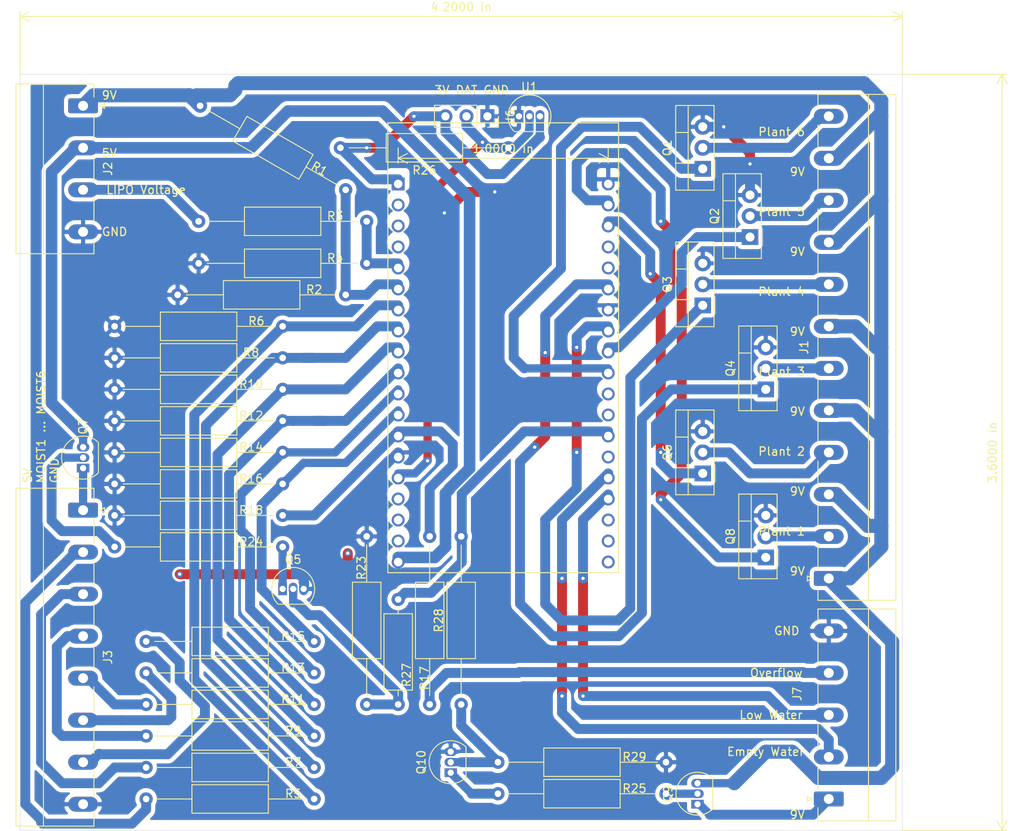
<source format=kicad_pcb>
(kicad_pcb (version 20171130) (host pcbnew 5.1.6)
  (layers (0 F.Cu signal) (31 B.Cu signal) (34 B.Paste user) (35 F.Paste user) (36 B.SilkS user) (37 F.SilkS user) (38 B.Mask user) (39 F.Mask user) (44 Edge.Cuts user))
  (net 0 "")
  (net 1 +9V)
  (net 2 PLANT1_PUMP)
  (net 3 PLANT2_PUMP)
  (net 4 PLANT3_PUMP)
  (net 5 PLANT4_PUMP)
  (net 6 PLANT5_PUMP)
  (net 7 PLANT6_PUMP)
  (net 8 +5V)
  (net 9 "Net-(J2-Pad3)")
  (net 10 GND)
  (net 11 OVERFLOW_WATER)
  (net 12 WATER_EMPTY)
  (net 13 WATER_LOW)
  (net 14 GPIO13)
  (net 15 PLANT6_MOIST)
  (net 16 PLANT5_MOIST)
  (net 17 PLANT4_MOIST)
  (net 18 PLANT3_MOIST)
  (net 19 PLANT2_MOIST)
  (net 20 PLANT1_MOIST)
  (net 21 5V_SENSORS)
  (net 22 +3V3)
  (net 23 "Net-(Q5-Pad1)")
  (net 24 9V_SENSORS)
  (net 25 "Net-(Q7-Pad2)")
  (net 26 "Net-(Q9-Pad2)")
  (net 27 "Net-(Q10-Pad1)")
  (net 28 "Net-(Q5-Pad2)")
  (net 29 "Net-(Q10-Pad2)")
  (net 30 "Net-(Q1-Pad1)")
  (net 31 "Net-(Q2-Pad1)")
  (net 32 "Net-(Q3-Pad1)")
  (net 33 "Net-(Q4-Pad1)")
  (net 34 "Net-(Q6-Pad1)")
  (net 35 "Net-(Q8-Pad1)")
  (net 36 "Net-(R1-Pad1)")
  (net 37 "Net-(R3-Pad2)")
  (net 38 "Net-(R5-Pad2)")
  (net 39 "Net-(R7-Pad2)")
  (net 40 "Net-(R10-Pad1)")
  (net 41 "Net-(R11-Pad2)")
  (net 42 "Net-(R13-Pad2)")
  (net 43 "Net-(R15-Pad2)")
  (net 44 "Net-(R17-Pad2)")
  (net 45 "Net-(R27-Pad2)")
  (net 46 "Net-(U2-Pad38)")
  (net 47 "Net-(U2-Pad37)")
  (net 48 "Net-(U2-Pad36)")
  (net 49 "Net-(U2-Pad33)")
  (net 50 "Net-(U2-Pad31)")
  (net 51 "Net-(U2-Pad30)")
  (net 52 "Net-(U2-Pad24)")
  (net 53 "Net-(U2-Pad23)")
  (net 54 "Net-(U2-Pad18)")
  (net 55 "Net-(U2-Pad17)")
  (net 56 "Net-(U2-Pad16)")
  (net 57 "Net-(U2-Pad4)")
  (net 58 "Net-(U2-Pad3)")
  (net 59 "Net-(U2-Pad2)")
  (module kicad-stuff:MODULE_ESP32-DEVKITC-32D (layer F.Cu) (at 127 59.69)
    (fp_text reference U2 (at -10.829175 -28.446045) (layer F.SilkS) (effects (font (size 1.000386 1.000386) (thickness 0.015))))
    (fp_text value ESP32-DEVKITC-32D)
    (pad 38 thru_hole circle (at 12.7 25.96) (size 1.56 1.56) (drill 1.04) (layers *.Cu *.Mask) (net 46 "Net-(U2-Pad38)"))
    (pad 37 thru_hole circle (at 12.7 23.42) (size 1.56 1.56) (drill 1.04) (layers *.Cu *.Mask) (net 47 "Net-(U2-Pad37)"))
    (pad 36 thru_hole circle (at 12.7 20.88) (size 1.56 1.56) (drill 1.04) (layers *.Cu *.Mask) (net 48 "Net-(U2-Pad36)"))
    (pad 35 thru_hole circle (at 12.7 18.34) (size 1.56 1.56) (drill 1.04) (layers *.Cu *.Mask) (net 12 WATER_EMPTY))
    (pad 34 thru_hole circle (at 12.7 15.8) (size 1.56 1.56) (drill 1.04) (layers *.Cu *.Mask) (net 13 WATER_LOW))
    (pad 33 thru_hole circle (at 12.7 13.26) (size 1.56 1.56) (drill 1.04) (layers *.Cu *.Mask) (net 49 "Net-(U2-Pad33)"))
    (pad 32 thru_hole circle (at 12.7 10.72) (size 1.56 1.56) (drill 1.04) (layers *.Cu *.Mask) (net 45 "Net-(R27-Pad2)"))
    (pad 31 thru_hole circle (at 12.7 8.18) (size 1.56 1.56) (drill 1.04) (layers *.Cu *.Mask) (net 50 "Net-(U2-Pad31)"))
    (pad 30 thru_hole circle (at 12.7 5.64) (size 1.56 1.56) (drill 1.04) (layers *.Cu *.Mask) (net 51 "Net-(U2-Pad30)"))
    (pad 29 thru_hole circle (at 12.7 3.1) (size 1.56 1.56) (drill 1.04) (layers *.Cu *.Mask) (net 30 "Net-(Q1-Pad1)"))
    (pad 28 thru_hole circle (at 12.7 0.56) (size 1.56 1.56) (drill 1.04) (layers *.Cu *.Mask) (net 31 "Net-(Q2-Pad1)"))
    (pad 27 thru_hole circle (at 12.7 -1.98) (size 1.56 1.56) (drill 1.04) (layers *.Cu *.Mask) (net 32 "Net-(Q3-Pad1)"))
    (pad 26 thru_hole circle (at 12.7 -4.52) (size 1.56 1.56) (drill 1.04) (layers *.Cu *.Mask) (net 10 GND))
    (pad 25 thru_hole circle (at 12.7 -7.06) (size 1.56 1.56) (drill 1.04) (layers *.Cu *.Mask) (net 33 "Net-(Q4-Pad1)"))
    (pad 24 thru_hole circle (at 12.7 -9.6) (size 1.56 1.56) (drill 1.04) (layers *.Cu *.Mask) (net 52 "Net-(U2-Pad24)"))
    (pad 23 thru_hole circle (at 12.7 -12.14) (size 1.56 1.56) (drill 1.04) (layers *.Cu *.Mask) (net 53 "Net-(U2-Pad23)"))
    (pad 22 thru_hole circle (at 12.7 -14.68) (size 1.56 1.56) (drill 1.04) (layers *.Cu *.Mask) (net 34 "Net-(Q6-Pad1)"))
    (pad 21 thru_hole circle (at 12.7 -17.22) (size 1.56 1.56) (drill 1.04) (layers *.Cu *.Mask) (net 35 "Net-(Q8-Pad1)"))
    (pad 20 thru_hole circle (at 12.7 -19.76) (size 1.56 1.56) (drill 1.04) (layers *.Cu *.Mask) (net 10 GND))
    (pad 18 thru_hole circle (at -12.7 23.42) (size 1.56 1.56) (drill 1.04) (layers *.Cu *.Mask) (net 54 "Net-(U2-Pad18)"))
    (pad 17 thru_hole circle (at -12.7 20.88) (size 1.56 1.56) (drill 1.04) (layers *.Cu *.Mask) (net 55 "Net-(U2-Pad17)"))
    (pad 16 thru_hole circle (at -12.7 18.34) (size 1.56 1.56) (drill 1.04) (layers *.Cu *.Mask) (net 56 "Net-(U2-Pad16)"))
    (pad 15 thru_hole circle (at -12.7 15.8) (size 1.56 1.56) (drill 1.04) (layers *.Cu *.Mask) (net 14 GPIO13))
    (pad 14 thru_hole circle (at -12.7 13.26) (size 1.56 1.56) (drill 1.04) (layers *.Cu *.Mask) (net 10 GND))
    (pad 13 thru_hole circle (at -12.7 10.72) (size 1.56 1.56) (drill 1.04) (layers *.Cu *.Mask) (net 44 "Net-(R17-Pad2)"))
    (pad 12 thru_hole circle (at -12.7 8.18) (size 1.56 1.56) (drill 1.04) (layers *.Cu *.Mask) (net 43 "Net-(R15-Pad2)"))
    (pad 11 thru_hole circle (at -12.7 5.64) (size 1.56 1.56) (drill 1.04) (layers *.Cu *.Mask) (net 42 "Net-(R13-Pad2)"))
    (pad 10 thru_hole circle (at -12.7 3.1) (size 1.56 1.56) (drill 1.04) (layers *.Cu *.Mask) (net 41 "Net-(R11-Pad2)"))
    (pad 9 thru_hole circle (at -12.7 0.56) (size 1.56 1.56) (drill 1.04) (layers *.Cu *.Mask) (net 40 "Net-(R10-Pad1)"))
    (pad 8 thru_hole circle (at -12.7 -1.98) (size 1.56 1.56) (drill 1.04) (layers *.Cu *.Mask) (net 39 "Net-(R7-Pad2)"))
    (pad 7 thru_hole circle (at -12.7 -4.52) (size 1.56 1.56) (drill 1.04) (layers *.Cu *.Mask) (net 38 "Net-(R5-Pad2)"))
    (pad 6 thru_hole circle (at -12.7 -7.06) (size 1.56 1.56) (drill 1.04) (layers *.Cu *.Mask) (net 36 "Net-(R1-Pad1)"))
    (pad 5 thru_hole circle (at -12.7 -9.6) (size 1.56 1.56) (drill 1.04) (layers *.Cu *.Mask) (net 37 "Net-(R3-Pad2)"))
    (pad 4 thru_hole circle (at -12.7 -12.14) (size 1.56 1.56) (drill 1.04) (layers *.Cu *.Mask) (net 57 "Net-(U2-Pad4)"))
    (pad 3 thru_hole circle (at -12.7 -14.68) (size 1.56 1.56) (drill 1.04) (layers *.Cu *.Mask) (net 58 "Net-(U2-Pad3)"))
    (pad 19 thru_hole circle (at -12.7 25.96) (size 1.56 1.56) (drill 1.04) (layers *.Cu *.Mask) (net 8 +5V))
    (pad 2 thru_hole circle (at -12.7 -17.22) (size 1.56 1.56) (drill 1.04) (layers *.Cu *.Mask) (net 59 "Net-(U2-Pad2)"))
    (pad 1 thru_hole rect (at -12.7 -19.76) (size 1.56 1.56) (drill 1.04) (layers *.Cu *.Mask) (net 22 +3V3))
  )
  (module Resistor_THT:R_Axial_DIN0309_L9.0mm_D3.2mm_P20.32mm_Horizontal (layer F.Cu) (at 107.95 40.64 150)
    (fp_text reference R1 (at 4.019631 0.612205 150) (layer F.SilkS))
    (fp_text value 100k)
    (pad 2 thru_hole oval (at 20.32 0 150) (size 1.6 1.6) (drill 0.8) (layers *.Cu *.Mask) (net 1 +9V))
    (pad 1 thru_hole circle (at 0 0 150) (size 1.6 1.6) (drill 0.8) (layers *.Cu *.Mask) (net 36 "Net-(R1-Pad1)"))
  )
  (module Package_TO_SOT_THT:TO-220-3_Vertical (layer F.Cu) (at 151.13 38.1 90)
    (fp_text reference Q1 (at 2.54 -4.27 90) (layer F.SilkS))
    (fp_text value IRLZ34N)
    (pad 3 thru_hole oval (at 5.08 0 90) (size 1.905 2) (drill 1.1) (layers *.Cu *.Mask) (net 10 GND))
    (pad 2 thru_hole oval (at 2.54 0 90) (size 1.905 2) (drill 1.1) (layers *.Cu *.Mask) (net 7 PLANT6_PUMP))
    (pad 1 thru_hole rect (at 0 0 90) (size 1.905 2) (drill 1.1) (layers *.Cu *.Mask) (net 30 "Net-(Q1-Pad1)"))
  )
  (module Package_TO_SOT_THT:TO-220-3_Vertical (layer F.Cu) (at 156.845 46.355 90)
    (fp_text reference Q2 (at 2.54 -4.27 90) (layer F.SilkS))
    (fp_text value IRLZ34N)
    (pad 1 thru_hole rect (at 0 0 90) (size 1.905 2) (drill 1.1) (layers *.Cu *.Mask) (net 31 "Net-(Q2-Pad1)"))
    (pad 2 thru_hole oval (at 2.54 0 90) (size 1.905 2) (drill 1.1) (layers *.Cu *.Mask) (net 6 PLANT5_PUMP))
    (pad 3 thru_hole oval (at 5.08 0 90) (size 1.905 2) (drill 1.1) (layers *.Cu *.Mask) (net 10 GND))
  )
  (module Package_TO_SOT_THT:TO-220-3_Vertical (layer F.Cu) (at 151.13 54.61 90)
    (fp_text reference Q3 (at 2.54 -4.27 90) (layer F.SilkS))
    (fp_text value IRLZ34N)
    (pad 3 thru_hole oval (at 5.08 0 90) (size 1.905 2) (drill 1.1) (layers *.Cu *.Mask) (net 10 GND))
    (pad 2 thru_hole oval (at 2.54 0 90) (size 1.905 2) (drill 1.1) (layers *.Cu *.Mask) (net 5 PLANT4_PUMP))
    (pad 1 thru_hole rect (at 0 0 90) (size 1.905 2) (drill 1.1) (layers *.Cu *.Mask) (net 32 "Net-(Q3-Pad1)"))
  )
  (module Package_TO_SOT_THT:TO-220-3_Vertical (layer F.Cu) (at 158.75 64.77 90)
    (fp_text reference Q4 (at 2.54 -4.27 90) (layer F.SilkS))
    (fp_text value IRLZ34N)
    (pad 1 thru_hole rect (at 0 0 90) (size 1.905 2) (drill 1.1) (layers *.Cu *.Mask) (net 33 "Net-(Q4-Pad1)"))
    (pad 2 thru_hole oval (at 2.54 0 90) (size 1.905 2) (drill 1.1) (layers *.Cu *.Mask) (net 4 PLANT3_PUMP))
    (pad 3 thru_hole oval (at 5.08 0 90) (size 1.905 2) (drill 1.1) (layers *.Cu *.Mask) (net 10 GND))
  )
  (module Package_TO_SOT_THT:TO-92_Inline (layer F.Cu) (at 100.33 88.9)
    (fp_text reference Q5 (at 1.27 -3.56) (layer F.SilkS))
    (fp_text value BS170)
    (pad 2 thru_hole oval (at 1.27 0) (size 1.05 1.5) (drill 0.75) (layers *.Cu *.Mask) (net 28 "Net-(Q5-Pad2)"))
    (pad 3 thru_hole oval (at 2.54 0) (size 1.05 1.5) (drill 0.75) (layers *.Cu *.Mask) (net 10 GND))
    (pad 1 thru_hole rect (at 0 0) (size 1.05 1.5) (drill 0.75) (layers *.Cu *.Mask) (net 23 "Net-(Q5-Pad1)"))
  )
  (module Package_TO_SOT_THT:TO-220-3_Vertical (layer F.Cu) (at 151.13 74.93 90)
    (fp_text reference Q6 (at 2.54 -4.27 90) (layer F.SilkS))
    (fp_text value IRLZ34N)
    (pad 3 thru_hole oval (at 5.08 0 90) (size 1.905 2) (drill 1.1) (layers *.Cu *.Mask) (net 10 GND))
    (pad 2 thru_hole oval (at 2.54 0 90) (size 1.905 2) (drill 1.1) (layers *.Cu *.Mask) (net 3 PLANT2_PUMP))
    (pad 1 thru_hole rect (at 0 0 90) (size 1.905 2) (drill 1.1) (layers *.Cu *.Mask) (net 34 "Net-(Q6-Pad1)"))
  )
  (module Package_TO_SOT_THT:TO-92_Inline (layer F.Cu) (at 76.2 74.295 90)
    (fp_text reference Q7 (at 5.08 0 90) (layer F.SilkS))
    (fp_text value BC558)
    (pad 2 thru_hole oval (at 1.27 0 90) (size 1.05 1.5) (drill 0.75) (layers *.Cu *.Mask) (net 25 "Net-(Q7-Pad2)"))
    (pad 3 thru_hole oval (at 2.54 0 90) (size 1.05 1.5) (drill 0.75) (layers *.Cu *.Mask) (net 8 +5V))
    (pad 1 thru_hole rect (at 0 0 90) (size 1.05 1.5) (drill 0.75) (layers *.Cu *.Mask) (net 21 5V_SENSORS))
  )
  (module Package_TO_SOT_THT:TO-220-3_Vertical (layer F.Cu) (at 158.75 85.09 90)
    (fp_text reference Q8 (at 2.54 -4.27 90) (layer F.SilkS))
    (fp_text value IRLZ34N)
    (pad 1 thru_hole rect (at 0 0 90) (size 1.905 2) (drill 1.1) (layers *.Cu *.Mask) (net 35 "Net-(Q8-Pad1)"))
    (pad 2 thru_hole oval (at 2.54 0 90) (size 1.905 2) (drill 1.1) (layers *.Cu *.Mask) (net 2 PLANT1_PUMP))
    (pad 3 thru_hole oval (at 5.08 0 90) (size 1.905 2) (drill 1.1) (layers *.Cu *.Mask) (net 10 GND))
  )
  (module Resistor_THT:R_Axial_DIN0309_L9.0mm_D3.2mm_P20.32mm_Horizontal (layer F.Cu) (at 107.95 53.34 180)
    (fp_text reference R2 (at 3.81 0.635) (layer F.SilkS))
    (fp_text value 33k)
    (pad 1 thru_hole circle (at 0 0 180) (size 1.6 1.6) (drill 0.8) (layers *.Cu *.Mask) (net 36 "Net-(R1-Pad1)"))
    (pad 2 thru_hole oval (at 20.32 0 180) (size 1.6 1.6) (drill 0.8) (layers *.Cu *.Mask) (net 10 GND))
  )
  (module Resistor_THT:R_Axial_DIN0309_L9.0mm_D3.2mm_P20.32mm_Horizontal (layer F.Cu) (at 90.17 44.45)
    (fp_text reference R3 (at 16.51 -0.635) (layer F.SilkS))
    (fp_text value 33k)
    (pad 1 thru_hole circle (at 0 0) (size 1.6 1.6) (drill 0.8) (layers *.Cu *.Mask) (net 9 "Net-(J2-Pad3)"))
    (pad 2 thru_hole oval (at 20.32 0) (size 1.6 1.6) (drill 0.8) (layers *.Cu *.Mask) (net 37 "Net-(R3-Pad2)"))
  )
  (module Resistor_THT:R_Axial_DIN0309_L9.0mm_D3.2mm_P20.32mm_Horizontal (layer F.Cu) (at 110.49 49.53 180)
    (fp_text reference R4 (at 3.81 0.635) (layer F.SilkS))
    (fp_text value 47k8)
    (pad 2 thru_hole oval (at 20.32 0 180) (size 1.6 1.6) (drill 0.8) (layers *.Cu *.Mask) (net 10 GND))
    (pad 1 thru_hole circle (at 0 0 180) (size 1.6 1.6) (drill 0.8) (layers *.Cu *.Mask) (net 37 "Net-(R3-Pad2)"))
  )
  (module Resistor_THT:R_Axial_DIN0309_L9.0mm_D3.2mm_P20.32mm_Horizontal (layer F.Cu) (at 83.82 114.3)
    (fp_text reference R5 (at 17.78 -0.635) (layer F.SilkS))
    (fp_text value 33k)
    (pad 2 thru_hole oval (at 20.32 0) (size 1.6 1.6) (drill 0.8) (layers *.Cu *.Mask) (net 38 "Net-(R5-Pad2)"))
    (pad 1 thru_hole circle (at 0 0) (size 1.6 1.6) (drill 0.8) (layers *.Cu *.Mask) (net 20 PLANT1_MOIST))
  )
  (module Resistor_THT:R_Axial_DIN0309_L9.0mm_D3.2mm_P20.32mm_Horizontal (layer F.Cu) (at 80.01 57.15)
    (fp_text reference R6 (at 17.145 -0.635) (layer F.SilkS))
    (fp_text value 47k8)
    (pad 2 thru_hole oval (at 20.32 0) (size 1.6 1.6) (drill 0.8) (layers *.Cu *.Mask) (net 38 "Net-(R5-Pad2)"))
    (pad 1 thru_hole circle (at 0 0) (size 1.6 1.6) (drill 0.8) (layers *.Cu *.Mask) (net 10 GND))
  )
  (module Resistor_THT:R_Axial_DIN0309_L9.0mm_D3.2mm_P20.32mm_Horizontal (layer F.Cu) (at 83.82 110.49)
    (fp_text reference R7 (at 17.78 -0.635) (layer F.SilkS))
    (fp_text value 33k)
    (pad 1 thru_hole circle (at 0 0) (size 1.6 1.6) (drill 0.8) (layers *.Cu *.Mask) (net 19 PLANT2_MOIST))
    (pad 2 thru_hole oval (at 20.32 0) (size 1.6 1.6) (drill 0.8) (layers *.Cu *.Mask) (net 39 "Net-(R7-Pad2)"))
  )
  (module Resistor_THT:R_Axial_DIN0309_L9.0mm_D3.2mm_P20.32mm_Horizontal (layer F.Cu) (at 100.33 60.96 180)
    (fp_text reference R8 (at 3.81 0.635) (layer F.SilkS))
    (fp_text value 47k8)
    (pad 1 thru_hole circle (at 0 0 180) (size 1.6 1.6) (drill 0.8) (layers *.Cu *.Mask) (net 39 "Net-(R7-Pad2)"))
    (pad 2 thru_hole oval (at 20.32 0 180) (size 1.6 1.6) (drill 0.8) (layers *.Cu *.Mask) (net 10 GND))
  )
  (module Resistor_THT:R_Axial_DIN0309_L9.0mm_D3.2mm_P20.32mm_Horizontal (layer F.Cu) (at 83.82 106.68)
    (fp_text reference R9 (at 17.78 -0.635) (layer F.SilkS))
    (fp_text value 33k)
    (pad 1 thru_hole circle (at 0 0) (size 1.6 1.6) (drill 0.8) (layers *.Cu *.Mask) (net 18 PLANT3_MOIST))
    (pad 2 thru_hole oval (at 20.32 0) (size 1.6 1.6) (drill 0.8) (layers *.Cu *.Mask) (net 40 "Net-(R10-Pad1)"))
  )
  (module Resistor_THT:R_Axial_DIN0309_L9.0mm_D3.2mm_P20.32mm_Horizontal (layer F.Cu) (at 100.33 64.77 180)
    (fp_text reference R10 (at 3.81 0.635) (layer F.SilkS))
    (fp_text value 47k8)
    (pad 2 thru_hole oval (at 20.32 0 180) (size 1.6 1.6) (drill 0.8) (layers *.Cu *.Mask) (net 10 GND))
    (pad 1 thru_hole circle (at 0 0 180) (size 1.6 1.6) (drill 0.8) (layers *.Cu *.Mask) (net 40 "Net-(R10-Pad1)"))
  )
  (module Resistor_THT:R_Axial_DIN0309_L9.0mm_D3.2mm_P20.32mm_Horizontal (layer F.Cu) (at 83.82 102.87)
    (fp_text reference R11 (at 17.78 -0.635) (layer F.SilkS))
    (fp_text value 33k)
    (pad 2 thru_hole oval (at 20.32 0) (size 1.6 1.6) (drill 0.8) (layers *.Cu *.Mask) (net 41 "Net-(R11-Pad2)"))
    (pad 1 thru_hole circle (at 0 0) (size 1.6 1.6) (drill 0.8) (layers *.Cu *.Mask) (net 17 PLANT4_MOIST))
  )
  (module Resistor_THT:R_Axial_DIN0309_L9.0mm_D3.2mm_P20.32mm_Horizontal (layer F.Cu) (at 100.33 68.58 180)
    (fp_text reference R12 (at 3.81 0.635) (layer F.SilkS))
    (fp_text value 47k8)
    (pad 1 thru_hole circle (at 0 0 180) (size 1.6 1.6) (drill 0.8) (layers *.Cu *.Mask) (net 41 "Net-(R11-Pad2)"))
    (pad 2 thru_hole oval (at 20.32 0 180) (size 1.6 1.6) (drill 0.8) (layers *.Cu *.Mask) (net 10 GND))
  )
  (module Resistor_THT:R_Axial_DIN0309_L9.0mm_D3.2mm_P20.32mm_Horizontal (layer F.Cu) (at 83.82 99.06)
    (fp_text reference R13 (at 17.78 -0.635) (layer F.SilkS))
    (fp_text value 33k)
    (pad 2 thru_hole oval (at 20.32 0) (size 1.6 1.6) (drill 0.8) (layers *.Cu *.Mask) (net 42 "Net-(R13-Pad2)"))
    (pad 1 thru_hole circle (at 0 0) (size 1.6 1.6) (drill 0.8) (layers *.Cu *.Mask) (net 16 PLANT5_MOIST))
  )
  (module Resistor_THT:R_Axial_DIN0309_L9.0mm_D3.2mm_P20.32mm_Horizontal (layer F.Cu) (at 100.33 72.39 180)
    (fp_text reference R14 (at 3.81 0.635) (layer F.SilkS))
    (fp_text value 47k8)
    (pad 1 thru_hole circle (at 0 0 180) (size 1.6 1.6) (drill 0.8) (layers *.Cu *.Mask) (net 42 "Net-(R13-Pad2)"))
    (pad 2 thru_hole oval (at 20.32 0 180) (size 1.6 1.6) (drill 0.8) (layers *.Cu *.Mask) (net 10 GND))
  )
  (module Resistor_THT:R_Axial_DIN0309_L9.0mm_D3.2mm_P20.32mm_Horizontal (layer F.Cu) (at 83.82 95.25)
    (fp_text reference R15 (at 17.78 -0.635) (layer F.SilkS))
    (fp_text value 33k)
    (pad 1 thru_hole circle (at 0 0) (size 1.6 1.6) (drill 0.8) (layers *.Cu *.Mask) (net 15 PLANT6_MOIST))
    (pad 2 thru_hole oval (at 20.32 0) (size 1.6 1.6) (drill 0.8) (layers *.Cu *.Mask) (net 43 "Net-(R15-Pad2)"))
  )
  (module Resistor_THT:R_Axial_DIN0309_L9.0mm_D3.2mm_P20.32mm_Horizontal (layer F.Cu) (at 100.33 76.2 180)
    (fp_text reference R16 (at 3.81 0.635) (layer F.SilkS))
    (fp_text value 47k8)
    (pad 2 thru_hole oval (at 20.32 0 180) (size 1.6 1.6) (drill 0.8) (layers *.Cu *.Mask) (net 10 GND))
    (pad 1 thru_hole circle (at 0 0 180) (size 1.6 1.6) (drill 0.8) (layers *.Cu *.Mask) (net 43 "Net-(R15-Pad2)"))
  )
  (module Resistor_THT:R_Axial_DIN0309_L9.0mm_D3.2mm_P20.32mm_Horizontal (layer F.Cu) (at 118.11 102.87 90)
    (fp_text reference R17 (at 3.175 -0.635 90) (layer F.SilkS))
    (fp_text value 33k)
    (pad 1 thru_hole circle (at 0 0 90) (size 1.6 1.6) (drill 0.8) (layers *.Cu *.Mask) (net 11 OVERFLOW_WATER))
    (pad 2 thru_hole oval (at 20.32 0 90) (size 1.6 1.6) (drill 0.8) (layers *.Cu *.Mask) (net 44 "Net-(R17-Pad2)"))
  )
  (module Resistor_THT:R_Axial_DIN0309_L9.0mm_D3.2mm_P20.32mm_Horizontal (layer F.Cu) (at 100.33 80.01 180)
    (fp_text reference R18 (at 3.81 0.635) (layer F.SilkS))
    (fp_text value 47k8)
    (pad 2 thru_hole oval (at 20.32 0 180) (size 1.6 1.6) (drill 0.8) (layers *.Cu *.Mask) (net 10 GND))
    (pad 1 thru_hole circle (at 0 0 180) (size 1.6 1.6) (drill 0.8) (layers *.Cu *.Mask) (net 44 "Net-(R17-Pad2)"))
  )
  (module Resistor_THT:R_Axial_DIN0309_L9.0mm_D3.2mm_P20.32mm_Horizontal (layer F.Cu) (at 110.49 102.87 90)
    (fp_text reference R23 (at 16.51 -0.635 90) (layer F.SilkS))
    (fp_text value 10k)
    (pad 1 thru_hole circle (at 0 0 90) (size 1.6 1.6) (drill 0.8) (layers *.Cu *.Mask) (net 28 "Net-(Q5-Pad2)"))
    (pad 2 thru_hole oval (at 20.32 0 90) (size 1.6 1.6) (drill 0.8) (layers *.Cu *.Mask) (net 10 GND))
  )
  (module Package_TO_SOT_THT:TO-92_Inline (layer F.Cu) (at 128.905 31.75)
    (fp_text reference U1 (at 1.27 -3.56) (layer F.SilkS))
    (fp_text value DS18B20)
    (pad 1 thru_hole rect (at 0 0) (size 1.05 1.5) (drill 0.75) (layers *.Cu *.Mask) (net 10 GND))
    (pad 3 thru_hole oval (at 2.54 0) (size 1.05 1.5) (drill 0.75) (layers *.Cu *.Mask) (net 22 +3V3))
    (pad 2 thru_hole oval (at 1.27 0) (size 1.05 1.5) (drill 0.75) (layers *.Cu *.Mask) (net 14 GPIO13))
  )
  (module Connector_Phoenix_MC_HighVoltage:PhoenixContact_MC_1,5_12-G-5.08_1x12_P5.08mm_Horizontal (layer F.Cu) (at 166.37 87.63 90)
    (fp_text reference J1 (at 27.94 -3 90) (layer F.SilkS))
    (fp_text value Conn_01x12)
    (pad 1 thru_hole roundrect (at 0 0 90) (size 1.8 3.6) (drill 1.2) (layers *.Cu *.Mask) (roundrect_rratio 0.138889) (net 1 +9V))
    (pad 2 thru_hole oval (at 5.08 0 90) (size 1.8 3.6) (drill 1.2) (layers *.Cu *.Mask) (net 2 PLANT1_PUMP))
    (pad 3 thru_hole oval (at 10.16 0 90) (size 1.8 3.6) (drill 1.2) (layers *.Cu *.Mask) (net 1 +9V))
    (pad 4 thru_hole oval (at 15.24 0 90) (size 1.8 3.6) (drill 1.2) (layers *.Cu *.Mask) (net 3 PLANT2_PUMP))
    (pad 5 thru_hole oval (at 20.32 0 90) (size 1.8 3.6) (drill 1.2) (layers *.Cu *.Mask) (net 1 +9V))
    (pad 6 thru_hole oval (at 25.4 0 90) (size 1.8 3.6) (drill 1.2) (layers *.Cu *.Mask) (net 4 PLANT3_PUMP))
    (pad 7 thru_hole oval (at 30.48 0 90) (size 1.8 3.6) (drill 1.2) (layers *.Cu *.Mask) (net 1 +9V))
    (pad 8 thru_hole oval (at 35.56 0 90) (size 1.8 3.6) (drill 1.2) (layers *.Cu *.Mask) (net 5 PLANT4_PUMP))
    (pad 9 thru_hole oval (at 40.64 0 90) (size 1.8 3.6) (drill 1.2) (layers *.Cu *.Mask) (net 1 +9V))
    (pad 10 thru_hole oval (at 45.72 0 90) (size 1.8 3.6) (drill 1.2) (layers *.Cu *.Mask) (net 6 PLANT5_PUMP))
    (pad 11 thru_hole oval (at 50.8 0 90) (size 1.8 3.6) (drill 1.2) (layers *.Cu *.Mask) (net 1 +9V))
    (pad 12 thru_hole oval (at 55.88 0 90) (size 1.8 3.6) (drill 1.2) (layers *.Cu *.Mask) (net 7 PLANT6_PUMP))
  )
  (module Connector_Phoenix_MC_HighVoltage:PhoenixContact_MC_1,5_4-G-5.08_1x04_P5.08mm_Horizontal (layer F.Cu) (at 76.2 30.48 270)
    (fp_text reference J2 (at 7.62 -3 90) (layer F.SilkS))
    (fp_text value Conn_01x04)
    (pad 1 thru_hole roundrect (at 0 0 270) (size 1.8 3.6) (drill 1.2) (layers *.Cu *.Mask) (roundrect_rratio 0.138889) (net 1 +9V))
    (pad 2 thru_hole oval (at 5.08 0 270) (size 1.8 3.6) (drill 1.2) (layers *.Cu *.Mask) (net 8 +5V))
    (pad 3 thru_hole oval (at 10.16 0 270) (size 1.8 3.6) (drill 1.2) (layers *.Cu *.Mask) (net 9 "Net-(J2-Pad3)"))
    (pad 4 thru_hole oval (at 15.24 0 270) (size 1.8 3.6) (drill 1.2) (layers *.Cu *.Mask) (net 10 GND))
  )
  (module Connector_PinSocket_2.54mm:PinSocket_1x03_P2.54mm_Vertical (layer F.Cu) (at 125.095 31.75 270)
    (fp_text reference J6 (at 0 -2.77 90) (layer F.SilkS))
    (fp_text value Conn_01x03)
    (pad 1 thru_hole rect (at 0 0 270) (size 1.7 1.7) (drill 1) (layers *.Cu *.Mask) (net 10 GND))
    (pad 2 thru_hole oval (at 0 2.54 270) (size 1.7 1.7) (drill 1) (layers *.Cu *.Mask) (net 14 GPIO13))
    (pad 3 thru_hole oval (at 0 5.08 270) (size 1.7 1.7) (drill 1) (layers *.Cu *.Mask) (net 22 +3V3))
  )
  (module Connector_Phoenix_MC_HighVoltage:PhoenixContact_MC_1,5_8-G-5.08_1x08_P5.08mm_Horizontal (layer F.Cu) (at 76.2 79.375 270)
    (fp_text reference J3 (at 17.78 -3 90) (layer F.SilkS))
    (fp_text value Conn_01x08)
    (pad 1 thru_hole roundrect (at 0 0 270) (size 1.8 3.6) (drill 1.2) (layers *.Cu *.Mask) (roundrect_rratio 0.138889) (net 21 5V_SENSORS))
    (pad 2 thru_hole oval (at 5.08 0 270) (size 1.8 3.6) (drill 1.2) (layers *.Cu *.Mask) (net 20 PLANT1_MOIST))
    (pad 3 thru_hole oval (at 10.16 0 270) (size 1.8 3.6) (drill 1.2) (layers *.Cu *.Mask) (net 19 PLANT2_MOIST))
    (pad 4 thru_hole oval (at 15.24 0 270) (size 1.8 3.6) (drill 1.2) (layers *.Cu *.Mask) (net 18 PLANT3_MOIST))
    (pad 5 thru_hole oval (at 20.32 0 270) (size 1.8 3.6) (drill 1.2) (layers *.Cu *.Mask) (net 17 PLANT4_MOIST))
    (pad 6 thru_hole oval (at 25.4 0 270) (size 1.8 3.6) (drill 1.2) (layers *.Cu *.Mask) (net 16 PLANT5_MOIST))
    (pad 7 thru_hole oval (at 30.48 0 270) (size 1.8 3.6) (drill 1.2) (layers *.Cu *.Mask) (net 15 PLANT6_MOIST))
    (pad 8 thru_hole oval (at 35.56 0 270) (size 1.8 3.6) (drill 1.2) (layers *.Cu *.Mask) (net 10 GND))
  )
  (module Connector_Phoenix_MC_HighVoltage:PhoenixContact_MC_1,5_5-G-5.08_1x05_P5.08mm_Horizontal (layer F.Cu) (at 166.37 114.3 90)
    (fp_text reference J7 (at 12.7 -3.81 90) (layer F.SilkS))
    (fp_text value Conn_01x05)
    (pad 1 thru_hole roundrect (at 0 0 90) (size 1.8 3.6) (drill 1.2) (layers *.Cu *.Mask) (roundrect_rratio 0.138889) (net 24 9V_SENSORS))
    (pad 2 thru_hole oval (at 5.08 0 90) (size 1.8 3.6) (drill 1.2) (layers *.Cu *.Mask) (net 13 WATER_LOW))
    (pad 3 thru_hole oval (at 10.16 0 90) (size 1.8 3.6) (drill 1.2) (layers *.Cu *.Mask) (net 12 WATER_EMPTY))
    (pad 4 thru_hole oval (at 15.24 0 90) (size 1.8 3.6) (drill 1.2) (layers *.Cu *.Mask) (net 11 OVERFLOW_WATER))
    (pad 5 thru_hole oval (at 20.32 0 90) (size 1.8 3.6) (drill 1.2) (layers *.Cu *.Mask) (net 10 GND))
  )
  (module Package_TO_SOT_THT:TO-92_Inline (layer F.Cu) (at 150.495 114.935 90)
    (fp_text reference Q9 (at 1.27 -3.56 90) (layer F.SilkS))
    (fp_text value BC558)
    (pad 2 thru_hole oval (at 1.27 0 90) (size 1.05 1.5) (drill 0.75) (layers *.Cu *.Mask) (net 26 "Net-(Q9-Pad2)"))
    (pad 3 thru_hole oval (at 2.54 0 90) (size 1.05 1.5) (drill 0.75) (layers *.Cu *.Mask) (net 1 +9V))
    (pad 1 thru_hole rect (at 0 0 90) (size 1.05 1.5) (drill 0.75) (layers *.Cu *.Mask) (net 24 9V_SENSORS))
  )
  (module Package_TO_SOT_THT:TO-92_Inline (layer F.Cu) (at 120.65 111.125 90)
    (fp_text reference Q10 (at 1.27 -3.56 90) (layer F.SilkS))
    (fp_text value BS170)
    (pad 2 thru_hole oval (at 1.27 0 90) (size 1.05 1.5) (drill 0.75) (layers *.Cu *.Mask) (net 29 "Net-(Q10-Pad2)"))
    (pad 3 thru_hole oval (at 2.54 0 90) (size 1.05 1.5) (drill 0.75) (layers *.Cu *.Mask) (net 10 GND))
    (pad 1 thru_hole rect (at 0 0 90) (size 1.05 1.5) (drill 0.75) (layers *.Cu *.Mask) (net 27 "Net-(Q10-Pad1)"))
  )
  (module Resistor_THT:R_Axial_DIN0309_L9.0mm_D3.2mm_P20.32mm_Horizontal (layer F.Cu) (at 80.01 83.82)
    (fp_text reference R24 (at 16.51 -0.635) (layer F.SilkS))
    (fp_text value 100)
    (pad 1 thru_hole circle (at 0 0) (size 1.6 1.6) (drill 0.8) (layers *.Cu *.Mask) (net 25 "Net-(Q7-Pad2)"))
    (pad 2 thru_hole oval (at 20.32 0) (size 1.6 1.6) (drill 0.8) (layers *.Cu *.Mask) (net 23 "Net-(Q5-Pad1)"))
  )
  (module Resistor_THT:R_Axial_DIN0309_L9.0mm_D3.2mm_P20.32mm_Horizontal (layer F.Cu) (at 146.685 113.665 180)
    (fp_text reference R25 (at 3.81 0.635) (layer F.SilkS))
    (fp_text value 100)
    (pad 2 thru_hole oval (at 20.32 0 180) (size 1.6 1.6) (drill 0.8) (layers *.Cu *.Mask) (net 27 "Net-(Q10-Pad1)"))
    (pad 1 thru_hole circle (at 0 0 180) (size 1.6 1.6) (drill 0.8) (layers *.Cu *.Mask) (net 26 "Net-(Q9-Pad2)"))
  )
  (module Resistor_THT:R_Axial_DIN0309_L9.0mm_D3.2mm_P20.32mm_Horizontal (layer F.Cu) (at 127.635 35.56 180)
    (fp_text reference R26 (at 10.16 -2.72) (layer F.SilkS))
    (fp_text value 4k7)
    (pad 1 thru_hole circle (at 0 0 180) (size 1.6 1.6) (drill 0.8) (layers *.Cu *.Mask) (net 14 GPIO13))
    (pad 2 thru_hole oval (at 20.32 0 180) (size 1.6 1.6) (drill 0.8) (layers *.Cu *.Mask) (net 22 +3V3))
  )
  (module Resistor_THT:R_Axial_DIN0309_L9.0mm_D3.2mm_P20.32mm_Horizontal (layer F.Cu) (at 121.92 102.87 90)
    (fp_text reference R28 (at 10.16 -2.72 90) (layer F.SilkS))
    (fp_text value 100)
    (pad 1 thru_hole circle (at 0 0 90) (size 1.6 1.6) (drill 0.8) (layers *.Cu *.Mask) (net 29 "Net-(Q10-Pad2)"))
    (pad 2 thru_hole oval (at 20.32 0 90) (size 1.6 1.6) (drill 0.8) (layers *.Cu *.Mask) (net 45 "Net-(R27-Pad2)"))
  )
  (module Resistor_THT:R_Axial_DIN0309_L9.0mm_D3.2mm_P20.32mm_Horizontal (layer F.Cu) (at 126.365 109.855)
    (fp_text reference R29 (at 16.51 -0.635) (layer F.SilkS))
    (fp_text value 10k)
    (pad 1 thru_hole circle (at 0 0) (size 1.6 1.6) (drill 0.8) (layers *.Cu *.Mask) (net 29 "Net-(Q10-Pad2)"))
    (pad 2 thru_hole oval (at 20.32 0) (size 1.6 1.6) (drill 0.8) (layers *.Cu *.Mask) (net 10 GND))
  )
  (module Resistor_THT:R_Axial_DIN0309_L9.0mm_D3.2mm_P12.70mm_Horizontal (layer F.Cu) (at 114.3 102.87 90)
    (fp_text reference R27 (at 3.556 1.016 90) (layer F.SilkS))
    (fp_text value 100)
    (pad 1 thru_hole circle (at 0 0 90) (size 1.6 1.6) (drill 0.8) (layers *.Cu *.Mask) (net 28 "Net-(Q5-Pad2)"))
    (pad 2 thru_hole oval (at 12.7 0 90) (size 1.6 1.6) (drill 0.8) (layers *.Cu *.Mask) (net 45 "Net-(R27-Pad2)"))
  )
  (gr_text "Plant 6\n\n\n9V\n\n\nPlant 5\n\n\n9V\n\n\nPlant 4\n\n\n9V\n\n\nPlant 3\n\n\n9V\n\n\nPlant 2\n\n\n9V\n\n\nPlant 1\n\n\n9V" (at 163.576 60.198) (layer F.SilkS) (effects (font (size 1 1)) (justify right)))
  (gr_text 9V (at 162.56 116.205) (layer F.SilkS) (effects (font (size 1 1))))
  (gr_text "Empty Water" (at 158.75 108.585) (layer F.SilkS) (effects (font (size 1 1))))
  (gr_text "Low Water" (at 159.385 104.14) (layer F.SilkS) (effects (font (size 1 1))))
  (gr_text Overflow (at 160.02 99.06) (layer F.SilkS) (effects (font (size 1 1))))
  (gr_text GND (at 161.29 93.98) (layer F.SilkS) (effects (font (size 1 1))))
  (gr_text "5V\nMOIST1 ... MOIST6\nGND" (at 71.12 76.2 90) (layer F.SilkS) (effects (font (size 1 1)) (justify left)))
  (gr_text GND (at 80.01 45.72) (layer F.SilkS) (effects (font (size 1 1))))
  (gr_text "LIPO Voltage" (at 83.82 40.64) (layer F.SilkS) (effects (font (size 1 1))))
  (gr_text 5V (at 79.375 36.195) (layer F.SilkS) (effects (font (size 1 1))))
  (gr_text 9V (at 79.375 29.21) (layer F.SilkS) (effects (font (size 1 1))))
  (gr_text "3V DAT GND" (at 123.19 28.575) (layer F.SilkS) (effects (font (size 1 1))))
  (dimension 91.44 (width 0.12) (layer F.SilkS) (gr_text "91,440 mm" (at 188.595 72.39 270) (layer F.SilkS) (effects (font (size 1 1) (thickness 0.15)))) (feature1 (pts (xy 175.26 118.11) (xy 187.911421 118.11))) (feature2 (pts (xy 175.26 26.67) (xy 187.911421 26.67))) (crossbar (pts (xy 187.325 26.67) (xy 187.325 118.11))) (arrow1a (pts (xy 187.325 118.11) (xy 186.738579 116.983496))) (arrow1b (pts (xy 187.325 118.11) (xy 187.911421 116.983496))) (arrow2a (pts (xy 187.325 26.67) (xy 186.738579 27.796504))) (arrow2b (pts (xy 187.325 26.67) (xy 187.911421 27.796504))))
  (dimension 106.68 (width 0.12) (layer F.SilkS) (gr_text "106,680 mm" (at 121.92 18.415) (layer F.SilkS) (effects (font (size 1 1) (thickness 0.15)))) (feature1 (pts (xy 175.26 26.67) (xy 175.26 19.098579))) (feature2 (pts (xy 68.58 26.67) (xy 68.58 19.098579))) (crossbar (pts (xy 68.58 19.685) (xy 175.26 19.685))) (arrow1a (pts (xy 175.26 19.685) (xy 174.133496 20.271421))) (arrow1b (pts (xy 175.26 19.685) (xy 174.133496 19.098579))) (arrow2a (pts (xy 68.58 19.685) (xy 69.706504 20.271421))) (arrow2b (pts (xy 68.58 19.685) (xy 69.706504 19.098579))))
  (gr_line (start 68.58 118.11) (end 68.58 26.67) (layer Edge.Cuts) (width 0.05))
  (gr_line (start 175.26 118.11) (end 68.58 118.11) (layer Edge.Cuts) (width 0.05))
  (gr_line (start 175.26 26.67) (end 175.26 118.11) (layer Edge.Cuts) (width 0.05))
  (gr_line (start 68.58 26.67) (end 175.26 26.67) (layer Edge.Cuts) (width 0.05))
  (dimension 25.4 (width 0.12) (layer F.SilkS) (gr_text "25,400 mm" (at 127 38.1) (layer F.SilkS) (effects (font (size 1 1) (thickness 0.15)))) (feature1 (pts (xy 139.7 35.56) (xy 139.7 37.416421))) (feature2 (pts (xy 114.3 35.56) (xy 114.3 37.416421))) (crossbar (pts (xy 114.3 36.83) (xy 139.7 36.83))) (arrow1a (pts (xy 139.7 36.83) (xy 138.573496 37.416421))) (arrow1b (pts (xy 139.7 36.83) (xy 138.573496 36.243579))) (arrow2a (pts (xy 114.3 36.83) (xy 115.426504 37.416421))) (arrow2b (pts (xy 114.3 36.83) (xy 115.426504 36.243579))))
  (via (at 108.204 84.582) (size 0.8) (drill 0.4) (layers F.Cu B.Cu) (net 0))
  (via (at 87.884 87.122) (size 0.8) (drill 0.4) (layers F.Cu B.Cu) (net 0))
  (segment (start 108.204 85.147685) (end 108.204 84.582) (width 1.2) (layer F.Cu) (net 0))
  (segment (start 108.204 85.598) (end 108.204 85.147685) (width 1.2) (layer F.Cu) (net 0))
  (segment (start 106.68 87.122) (end 108.204 85.598) (width 1.2) (layer F.Cu) (net 0))
  (segment (start 87.884 87.122) (end 106.68 87.122) (width 1.2) (layer F.Cu) (net 0))
  (segment (start 166.37 57.15) (end 167.27 57.15) (width 1.7) (layer B.Cu) (net 1))
  (segment (start 166.37 67.31) (end 167.27 67.31) (width 1.7) (layer B.Cu) (net 1))
  (segment (start 168.91 87.63) (end 166.37 87.63) (width 1.7) (layer B.Cu) (net 1))
  (segment (start 172.72 83.82) (end 168.91 87.63) (width 1.7) (layer B.Cu) (net 1))
  (segment (start 171.08 81.28) (end 172.72 81.28) (width 1.7) (layer B.Cu) (net 1))
  (segment (start 166.37 77.47) (end 167.27 77.47) (width 1.7) (layer B.Cu) (net 1))
  (segment (start 167.27 77.47) (end 171.08 81.28) (width 1.7) (layer B.Cu) (net 1))
  (segment (start 172.72 81.28) (end 172.72 83.82) (width 1.7) (layer B.Cu) (net 1))
  (segment (start 172.11 69.85) (end 172.72 69.85) (width 1.7) (layer B.Cu) (net 1))
  (segment (start 169.57 67.31) (end 172.11 69.85) (width 1.7) (layer B.Cu) (net 1))
  (segment (start 166.37 67.31) (end 169.57 67.31) (width 1.7) (layer B.Cu) (net 1))
  (segment (start 172.72 69.85) (end 172.72 81.28) (width 1.7) (layer B.Cu) (net 1))
  (segment (start 172.11 59.69) (end 172.72 59.69) (width 1.7) (layer B.Cu) (net 1))
  (segment (start 166.37 57.15) (end 169.57 57.15) (width 1.7) (layer B.Cu) (net 1))
  (segment (start 169.57 57.15) (end 172.11 59.69) (width 1.7) (layer B.Cu) (net 1))
  (segment (start 172.72 59.69) (end 172.72 69.85) (width 1.7) (layer B.Cu) (net 1))
  (segment (start 172.35 41.91) (end 172.72 41.91) (width 1.7) (layer B.Cu) (net 1))
  (segment (start 167.27 46.99) (end 172.35 41.91) (width 1.7) (layer B.Cu) (net 1))
  (segment (start 166.37 46.99) (end 167.27 46.99) (width 1.7) (layer B.Cu) (net 1))
  (segment (start 172.72 31.75) (end 172.72 41.91) (width 1.7) (layer B.Cu) (net 1))
  (segment (start 172.72 41.91) (end 172.72 59.69) (width 1.7) (layer B.Cu) (net 1))
  (segment (start 172.35 31.75) (end 172.72 31.75) (width 1.7) (layer B.Cu) (net 1))
  (segment (start 167.27 36.83) (end 172.35 31.75) (width 1.7) (layer B.Cu) (net 1))
  (segment (start 166.37 36.83) (end 167.27 36.83) (width 1.7) (layer B.Cu) (net 1))
  (segment (start 77.47 29.21) (end 76.2 30.48) (width 1.7) (layer B.Cu) (net 1))
  (segment (start 89.082364 29.21) (end 88.9 29.21) (width 1.7) (layer B.Cu) (net 1))
  (segment (start 88.9 29.21) (end 77.47 29.21) (width 1.7) (layer B.Cu) (net 1))
  (segment (start 150.495 112.395) (end 154.94 112.395) (width 1) (layer B.Cu) (net 1))
  (segment (start 174.03499 95.29499) (end 166.37 87.63) (width 1.7) (layer B.Cu) (net 1))
  (segment (start 158.75 108.585) (end 161.925 108.585) (width 1.7) (layer B.Cu) (net 1))
  (segment (start 165.1 111.76) (end 172.72 111.76) (width 1.7) (layer B.Cu) (net 1))
  (segment (start 172.72 111.76) (end 174.03499 110.44501) (width 1.7) (layer B.Cu) (net 1))
  (segment (start 154.94 112.395) (end 158.75 108.585) (width 1.7) (layer B.Cu) (net 1))
  (segment (start 174.03499 110.44501) (end 174.03499 95.29499) (width 1.7) (layer B.Cu) (net 1))
  (segment (start 161.925 108.585) (end 165.1 111.76) (width 1.7) (layer B.Cu) (net 1))
  (segment (start 89.499182 29.626818) (end 89.082364 29.21) (width 1.7) (layer B.Cu) (net 1))
  (segment (start 90.352364 30.48) (end 89.499182 29.626818) (width 1.7) (layer B.Cu) (net 1))
  (segment (start 172.72 29.845) (end 172.72 31.75) (width 1.7) (layer B.Cu) (net 1))
  (segment (start 170.62001 27.74501) (end 172.72 29.845) (width 1.7) (layer B.Cu) (net 1))
  (segment (start 94.93699 27.74501) (end 170.62001 27.74501) (width 1.7) (layer B.Cu) (net 1))
  (segment (start 89.916 29.21) (end 93.98 29.21) (width 1.7) (layer B.Cu) (net 1))
  (segment (start 93.98 29.21) (end 94.615 28.575) (width 1.7) (layer B.Cu) (net 1))
  (segment (start 94.615 28.067) (end 94.93699 27.74501) (width 1.7) (layer B.Cu) (net 1))
  (segment (start 89.499182 29.626818) (end 89.916 29.21) (width 1.7) (layer B.Cu) (net 1))
  (segment (start 94.615 28.575) (end 94.615 28.067) (width 1.7) (layer B.Cu) (net 1))
  (segment (start 166.37 82.55) (end 158.75 82.55) (width 1.2) (layer B.Cu) (net 2))
  (segment (start 156.845 74.93) (end 154.305 72.39) (width 1.2) (layer B.Cu) (net 3))
  (segment (start 154.305 72.39) (end 151.13 72.39) (width 1.2) (layer B.Cu) (net 3))
  (segment (start 166.37 72.39) (end 163.83 74.93) (width 1.2) (layer B.Cu) (net 3))
  (segment (start 163.83 74.93) (end 156.845 74.93) (width 1.2) (layer B.Cu) (net 3))
  (segment (start 166.37 62.23) (end 158.75 62.23) (width 1.2) (layer B.Cu) (net 4))
  (segment (start 166.37 52.07) (end 151.13 52.07) (width 1.2) (layer B.Cu) (net 5))
  (segment (start 165.47 41.91) (end 163.565 43.815) (width 1.2) (layer B.Cu) (net 6))
  (segment (start 166.37 41.91) (end 165.47 41.91) (width 1.2) (layer B.Cu) (net 6))
  (segment (start 163.565 43.815) (end 156.845 43.815) (width 1.2) (layer B.Cu) (net 6))
  (segment (start 165.47 31.75) (end 166.37 31.75) (width 1.2) (layer B.Cu) (net 7))
  (segment (start 161.66 35.56) (end 165.47 31.75) (width 1.2) (layer B.Cu) (net 7))
  (segment (start 151.13 35.56) (end 161.66 35.56) (width 1.2) (layer B.Cu) (net 7))
  (segment (start 75.3 35.56) (end 72.39 38.47) (width 1.4) (layer B.Cu) (net 8))
  (segment (start 76.2 35.56) (end 75.3 35.56) (width 1.4) (layer B.Cu) (net 8))
  (segment (start 76.2 70.23) (end 76.2 71.755) (width 1) (layer B.Cu) (net 8))
  (segment (start 72.39 66.42) (end 76.2 70.23) (width 1.4) (layer B.Cu) (net 8))
  (segment (start 72.39 38.47) (end 72.39 66.42) (width 1.4) (layer B.Cu) (net 8))
  (segment (start 122.936 41.656) (end 112.395 31.115) (width 1.4) (layer B.Cu) (net 8))
  (segment (start 122.936 74.332666) (end 122.936 41.656) (width 1.4) (layer B.Cu) (net 8))
  (segment (start 118.745 85.09) (end 120.015 83.82) (width 1.4) (layer B.Cu) (net 8))
  (segment (start 120.489982 76.778684) (end 122.936 74.332666) (width 1.4) (layer B.Cu) (net 8))
  (segment (start 96.52 35.56) (end 76.2 35.56) (width 1.4) (layer B.Cu) (net 8))
  (segment (start 114.3 85.09) (end 118.745 85.09) (width 1.4) (layer B.Cu) (net 8))
  (segment (start 100.965 31.115) (end 112.395 31.115) (width 1.4) (layer B.Cu) (net 8))
  (segment (start 96.52 35.56) (end 100.965 31.115) (width 1.4) (layer B.Cu) (net 8))
  (segment (start 120.489982 76.778684) (end 120.489982 76.868018) (width 1.4) (layer B.Cu) (net 8))
  (segment (start 120.015 77.343) (end 120.015 83.82) (width 1.4) (layer B.Cu) (net 8))
  (segment (start 120.489982 76.868018) (end 120.015 77.343) (width 1.4) (layer B.Cu) (net 8))
  (segment (start 86.36 40.64) (end 90.17 44.45) (width 1.2) (layer B.Cu) (net 9))
  (segment (start 76.2 40.64) (end 86.36 40.64) (width 1.2) (layer B.Cu) (net 9))
  (segment (start 151.13 33.02) (end 152.3525 33.02) (width 1.2) (layer B.Cu) (net 10))
  (segment (start 156.845 41.275) (end 156.845 37.5125) (width 1.2) (layer B.Cu) (net 10))
  (segment (start 114.3 72.39) (end 102.87 83.82) (width 1.2) (layer B.Cu) (net 10))
  (segment (start 152.3525 33.02) (end 153.67 33.02) (width 1.2) (layer B.Cu) (net 10))
  (segment (start 153.67 33.02) (end 153.67 33.02) (width 1.2) (layer B.Cu) (net 10))
  (via (at 153.67 33.02) (size 0.8) (drill 0.4) (layers F.Cu B.Cu) (net 10))
  (segment (start 156.845 37.5125) (end 156.845 37.5125) (width 1.2) (layer B.Cu) (net 10))
  (via (at 156.845 37.5125) (size 0.8) (drill 0.4) (layers F.Cu B.Cu) (net 10))
  (segment (start 156.845 36.195) (end 156.845 37.5125) (width 1.2) (layer F.Cu) (net 10))
  (segment (start 153.67 33.02) (end 156.845 36.195) (width 1.2) (layer F.Cu) (net 10))
  (segment (start 102.92501 88.126163) (end 102.92501 88.9) (width 1.2) (layer B.Cu) (net 10))
  (segment (start 102.87 83.82) (end 102.87 88.071153) (width 1.2) (layer B.Cu) (net 10))
  (segment (start 102.87 88.071153) (end 102.92501 88.126163) (width 1.2) (layer B.Cu) (net 10))
  (via (at 119.888 43.434) (size 0.8) (drill 0.4) (layers F.Cu B.Cu) (net 10))
  (via (at 125.984 40.894) (size 0.8) (drill 0.4) (layers F.Cu B.Cu) (net 10))
  (segment (start 122.428 40.894) (end 125.984 40.894) (width 1.2) (layer F.Cu) (net 10))
  (segment (start 119.888 43.434) (end 122.428 40.894) (width 1.2) (layer F.Cu) (net 10))
  (segment (start 163.27 98.96) (end 163.37 99.06) (width 1.2) (layer B.Cu) (net 11))
  (segment (start 118.11 101.092) (end 120.142 99.06) (width 1.2) (layer B.Cu) (net 11))
  (segment (start 163.37 99.06) (end 166.37 99.06) (width 1.2) (layer B.Cu) (net 11))
  (segment (start 118.11 102.87) (end 118.11 101.092) (width 1.2) (layer B.Cu) (net 11))
  (segment (start 128.830087 99.06) (end 128.930087 98.96) (width 1.2) (layer B.Cu) (net 11))
  (segment (start 120.142 99.06) (end 128.830087 99.06) (width 1.2) (layer B.Cu) (net 11))
  (segment (start 128.930087 98.96) (end 163.27 98.96) (width 1.2) (layer B.Cu) (net 11))
  (segment (start 166.37 104.14) (end 163.37 104.14) (width 1.2) (layer B.Cu) (net 12))
  (segment (start 139.7 77.47) (end 136.652 80.518) (width 1.2) (layer B.Cu) (net 12))
  (segment (start 136.652 80.518) (end 136.652 87.63) (width 1.2) (layer B.Cu) (net 12))
  (via (at 136.652 87.63) (size 0.8) (drill 0.4) (layers F.Cu B.Cu) (net 12))
  (segment (start 163.37 104.14) (end 161.29 104.14) (width 1.2) (layer B.Cu) (net 12))
  (segment (start 161.29 104.14) (end 159.004 101.854) (width 1.2) (layer B.Cu) (net 12))
  (segment (start 159.004 101.854) (end 136.652 101.854) (width 1.2) (layer B.Cu) (net 12))
  (via (at 136.652 101.854) (size 0.8) (drill 0.4) (layers F.Cu B.Cu) (net 12))
  (segment (start 136.652 87.63) (end 136.652 101.854) (width 1.2) (layer F.Cu) (net 12))
  (segment (start 139.7 74.93) (end 134.112 80.518) (width 1.2) (layer B.Cu) (net 13))
  (segment (start 134.112 80.518) (end 134.112 87.63) (width 1.2) (layer B.Cu) (net 13))
  (via (at 134.112 87.63) (size 0.8) (drill 0.4) (layers F.Cu B.Cu) (net 13))
  (segment (start 165.09001 105.84001) (end 136.06601 105.84001) (width 1.2) (layer B.Cu) (net 13))
  (segment (start 166.37 109.22) (end 166.37 107.12) (width 1.2) (layer B.Cu) (net 13))
  (segment (start 166.37 107.12) (end 165.09001 105.84001) (width 1.2) (layer B.Cu) (net 13))
  (segment (start 136.06601 105.84001) (end 134.112 103.886) (width 1.2) (layer B.Cu) (net 13))
  (via (at 134.112 101.854) (size 0.8) (drill 0.4) (layers F.Cu B.Cu) (net 13))
  (segment (start 134.112 103.886) (end 134.112 101.854) (width 1.2) (layer B.Cu) (net 13))
  (segment (start 134.112 101.854) (end 134.112 87.63) (width 1.2) (layer F.Cu) (net 13))
  (segment (start 124.493959 34.891041) (end 124.527919 34.925) (width 1.2) (layer B.Cu) (net 14))
  (via (at 124.493959 34.891041) (size 0.8) (drill 0.4) (layers F.Cu B.Cu) (net 14))
  (via (at 117.856 73.406) (size 0.8) (drill 0.4) (layers F.Cu B.Cu) (net 14))
  (segment (start 122.555 32.952082) (end 124.493959 34.891041) (width 1.2) (layer B.Cu) (net 14))
  (segment (start 122.555 31.75) (end 122.555 32.952082) (width 1.2) (layer B.Cu) (net 14))
  (segment (start 125.162918 35.56) (end 124.493959 34.891041) (width 1.2) (layer B.Cu) (net 14))
  (segment (start 127.635 35.56) (end 125.162918 35.56) (width 1.2) (layer B.Cu) (net 14))
  (segment (start 130.14499 33.33001) (end 130.14499 33.68501) (width 1) (layer B.Cu) (net 14))
  (segment (start 130.175 31.75) (end 130.175 33.3) (width 1) (layer B.Cu) (net 14))
  (segment (start 128.27 35.56) (end 127.635 35.56) (width 1) (layer B.Cu) (net 14))
  (segment (start 130.14499 33.68501) (end 128.27 35.56) (width 1) (layer B.Cu) (net 14))
  (segment (start 130.175 33.3) (end 130.14499 33.33001) (width 1) (layer B.Cu) (net 14))
  (segment (start 116.332 74.93) (end 117.856 73.406) (width 1) (layer B.Cu) (net 14))
  (segment (start 114.3 74.93) (end 116.332 74.93) (width 1) (layer B.Cu) (net 14))
  (segment (start 117.856 41.529) (end 124.587 34.798) (width 1) (layer F.Cu) (net 14))
  (segment (start 117.856 73.406) (end 117.856 41.529) (width 1) (layer F.Cu) (net 14))
  (segment (start 85.344 95.25) (end 83.82 95.25) (width 1.2) (layer B.Cu) (net 15))
  (segment (start 87.884 97.79) (end 85.852 95.758) (width 1.2) (layer B.Cu) (net 15))
  (segment (start 90.932 103.071912) (end 87.884 100.023912) (width 1.2) (layer B.Cu) (net 15))
  (segment (start 90.932 104.394) (end 90.932 103.071912) (width 1.2) (layer B.Cu) (net 15))
  (segment (start 85.852 95.758) (end 85.344 95.25) (width 1.2) (layer B.Cu) (net 15))
  (segment (start 76.2 109.855) (end 77.1 109.855) (width 1.2) (layer B.Cu) (net 15))
  (segment (start 87.884 100.023912) (end 87.884 97.79) (width 1.2) (layer B.Cu) (net 15))
  (segment (start 78.1105 108.8445) (end 78.155999 108.889999) (width 1.2) (layer B.Cu) (net 15))
  (segment (start 86.436001 108.889999) (end 90.932 104.394) (width 1.2) (layer B.Cu) (net 15))
  (segment (start 78.155999 108.889999) (end 86.436001 108.889999) (width 1.2) (layer B.Cu) (net 15))
  (segment (start 86.36 96.266) (end 85.852 95.758) (width 1.2) (layer B.Cu) (net 15))
  (segment (start 77.1 109.855) (end 78.1105 108.8445) (width 1.2) (layer B.Cu) (net 15))
  (segment (start 76.2 104.775) (end 80.899 104.775) (width 1.2) (layer B.Cu) (net 16))
  (segment (start 80.899 104.775) (end 85.471 104.775) (width 1.2) (layer B.Cu) (net 16))
  (segment (start 86.487 104.775) (end 85.471 104.775) (width 1.2) (layer B.Cu) (net 16))
  (segment (start 86.868 104.394) (end 86.487 104.775) (width 1.2) (layer B.Cu) (net 16))
  (segment (start 83.82 99.06) (end 86.868 102.108) (width 1.2) (layer B.Cu) (net 16))
  (segment (start 86.868 102.108) (end 86.868 104.394) (width 1.2) (layer B.Cu) (net 16))
  (segment (start 76.835 99.695) (end 80.01 102.87) (width 1.2) (layer B.Cu) (net 17))
  (segment (start 76.2 99.695) (end 76.835 99.695) (width 1.2) (layer B.Cu) (net 17))
  (segment (start 80.01 102.87) (end 83.82 102.87) (width 1.2) (layer B.Cu) (net 17))
  (segment (start 74.295 94.615) (end 76.2 94.615) (width 1.2) (layer B.Cu) (net 18))
  (segment (start 73.025 95.885) (end 74.295 94.615) (width 1.2) (layer B.Cu) (net 18))
  (segment (start 73.025 106.045) (end 73.025 95.885) (width 1.2) (layer B.Cu) (net 18))
  (segment (start 80.01 106.68) (end 73.66 106.68) (width 1.2) (layer B.Cu) (net 18))
  (segment (start 73.66 106.68) (end 73.025 106.045) (width 1.2) (layer B.Cu) (net 18))
  (segment (start 80.01 106.68) (end 83.82 106.68) (width 1.2) (layer B.Cu) (net 18))
  (segment (start 78.105 112.395) (end 80.01 110.49) (width 1.2) (layer B.Cu) (net 19))
  (segment (start 76.2 89.535) (end 73.6 89.535) (width 1.2) (layer B.Cu) (net 19))
  (segment (start 71.12 109.855) (end 73.66 112.395) (width 1.2) (layer B.Cu) (net 19))
  (segment (start 73.6 89.535) (end 71.12 92.015) (width 1.2) (layer B.Cu) (net 19))
  (segment (start 71.12 92.015) (end 71.12 109.855) (width 1.2) (layer B.Cu) (net 19))
  (segment (start 73.66 112.395) (end 78.105 112.395) (width 1.2) (layer B.Cu) (net 19))
  (segment (start 80.01 110.49) (end 83.82 110.49) (width 1.2) (layer B.Cu) (net 19))
  (segment (start 82.10501 117.28499) (end 83.82 115.57) (width 1.2) (layer B.Cu) (net 20))
  (segment (start 71.31099 117.28499) (end 82.10501 117.28499) (width 1.2) (layer B.Cu) (net 20))
  (segment (start 71.12 117.094) (end 71.31099 117.28499) (width 1.2) (layer B.Cu) (net 20))
  (segment (start 75.3 84.455) (end 69.215 90.54) (width 1.2) (layer B.Cu) (net 20))
  (segment (start 83.82 115.57) (end 83.82 114.3) (width 1.2) (layer B.Cu) (net 20))
  (segment (start 71.12 116.84) (end 71.12 117.094) (width 1.2) (layer B.Cu) (net 20))
  (segment (start 76.2 84.455) (end 75.3 84.455) (width 1.2) (layer B.Cu) (net 20))
  (segment (start 69.215 90.54) (end 69.215 114.935) (width 1.2) (layer B.Cu) (net 20))
  (segment (start 69.215 114.935) (end 71.12 116.84) (width 1.2) (layer B.Cu) (net 20))
  (segment (start 76.2 74.295) (end 76.2 79.375) (width 1) (layer B.Cu) (net 21))
  (segment (start 114.3 39.37) (end 112.65 39.37) (width 1.2) (layer B.Cu) (net 22))
  (segment (start 112.65 39.37) (end 112.395 39.37) (width 1.2) (layer B.Cu) (net 22))
  (segment (start 111.125 39.37) (end 107.315 35.56) (width 1.2) (layer B.Cu) (net 22))
  (segment (start 112.65 39.37) (end 111.125 39.37) (width 1.2) (layer B.Cu) (net 22))
  (via (at 116.205 31.75) (size 0.8) (drill 0.4) (layers F.Cu B.Cu) (net 22))
  (segment (start 120.015 31.75) (end 116.205 31.75) (width 1.2) (layer B.Cu) (net 22))
  (via (at 110.49 35.56) (size 0.8) (drill 0.4) (layers F.Cu B.Cu) (net 22))
  (segment (start 110.49 35.56) (end 107.315 35.56) (width 1.2) (layer B.Cu) (net 22))
  (segment (start 131.445 34.29) (end 131.445 31.75) (width 1) (layer B.Cu) (net 22))
  (segment (start 120.015 31.75) (end 120.015 33.655) (width 1.2) (layer B.Cu) (net 22))
  (segment (start 112.395 35.56) (end 116.205 31.75) (width 1.2) (layer F.Cu) (net 22))
  (segment (start 110.49 35.56) (end 112.395 35.56) (width 1.2) (layer F.Cu) (net 22))
  (segment (start 120.015 33.655) (end 125.095 38.735) (width 1.2) (layer B.Cu) (net 22))
  (segment (start 131.37849 34.29) (end 131.445 34.29) (width 1.2) (layer B.Cu) (net 22))
  (segment (start 126.93349 38.735) (end 131.37849 34.29) (width 1.2) (layer B.Cu) (net 22))
  (segment (start 125.095 38.735) (end 126.93349 38.735) (width 1.2) (layer B.Cu) (net 22))
  (segment (start 100.33 83.82) (end 100.33 88.9) (width 1) (layer B.Cu) (net 23))
  (segment (start 150.72 114.935) (end 151.99 116.205) (width 1) (layer B.Cu) (net 24))
  (segment (start 150.495 114.935) (end 150.72 114.935) (width 1) (layer B.Cu) (net 24))
  (segment (start 151.99 116.205) (end 164.465 116.205) (width 1.2) (layer B.Cu) (net 24))
  (segment (start 164.465 116.205) (end 166.37 114.3) (width 1.2) (layer B.Cu) (net 24))
  (segment (start 78.105 81.915) (end 80.01 83.82) (width 1.2) (layer B.Cu) (net 25))
  (segment (start 73.66 81.915) (end 78.105 81.915) (width 1.2) (layer B.Cu) (net 25))
  (segment (start 76.2 73.025) (end 73.66 73.025) (width 1) (layer B.Cu) (net 25))
  (segment (start 72.39 74.295) (end 72.39 80.645) (width 1.2) (layer B.Cu) (net 25))
  (segment (start 73.66 73.025) (end 72.39 74.295) (width 1.2) (layer B.Cu) (net 25))
  (segment (start 72.39 80.645) (end 73.66 81.915) (width 1.2) (layer B.Cu) (net 25))
  (segment (start 150.495 113.665) (end 146.685 113.665) (width 1) (layer B.Cu) (net 26))
  (segment (start 123.19 113.665) (end 120.65 111.125) (width 1) (layer B.Cu) (net 27))
  (segment (start 126.365 113.665) (end 123.19 113.665) (width 1.2) (layer B.Cu) (net 27))
  (segment (start 114.3 101.6) (end 104.775 92.075) (width 1.2) (layer B.Cu) (net 28))
  (segment (start 114.3 102.87) (end 114.3 101.6) (width 1.2) (layer B.Cu) (net 28))
  (segment (start 104.775 92.075) (end 103.505 92.075) (width 1.2) (layer B.Cu) (net 28))
  (segment (start 110.49 102.87) (end 114.3 102.87) (width 1.2) (layer B.Cu) (net 28))
  (segment (start 101.6 88.9) (end 101.6 90.65) (width 1) (layer B.Cu) (net 28))
  (segment (start 102.08 90.65) (end 102.616 91.186) (width 1) (layer B.Cu) (net 28))
  (segment (start 103.505 92.075) (end 102.616 91.186) (width 1.2) (layer B.Cu) (net 28))
  (segment (start 101.6 90.65) (end 102.08 90.65) (width 1) (layer B.Cu) (net 28))
  (segment (start 102.616 91.186) (end 102.235 90.805) (width 1.2) (layer B.Cu) (net 28))
  (segment (start 122.555 109.855) (end 121.92 109.855) (width 1.2) (layer B.Cu) (net 29))
  (segment (start 122.555 109.855) (end 120.65 109.855) (width 1) (layer B.Cu) (net 29))
  (segment (start 126.365 109.855) (end 122.555 109.855) (width 1.2) (layer B.Cu) (net 29))
  (segment (start 121.92 105.41) (end 126.365 109.855) (width 1.2) (layer B.Cu) (net 29))
  (segment (start 121.92 102.87) (end 121.92 105.41) (width 1.2) (layer B.Cu) (net 29))
  (segment (start 129.54 62.23) (end 139.7 62.23) (width 1) (layer B.Cu) (net 30))
  (segment (start 148.59 38.1) (end 143.51 33.02) (width 1.2) (layer B.Cu) (net 30))
  (segment (start 151.13 38.1) (end 148.59 38.1) (width 1.2) (layer B.Cu) (net 30))
  (segment (start 128.27 60.96) (end 129.54 62.23) (width 1.2) (layer B.Cu) (net 30))
  (segment (start 128.27 60.96) (end 128.27 55.88) (width 1.2) (layer B.Cu) (net 30))
  (segment (start 128.27 55.88) (end 133.985 50.165) (width 1.2) (layer B.Cu) (net 30))
  (segment (start 133.985 50.165) (end 133.985 35.56) (width 1.2) (layer B.Cu) (net 30))
  (segment (start 133.985 35.56) (end 136.525 33.02) (width 1.2) (layer B.Cu) (net 30))
  (segment (start 136.525 33.02) (end 143.51 33.02) (width 1.2) (layer B.Cu) (net 30))
  (segment (start 148.59 52.07) (end 148.59 48.26) (width 1.2) (layer B.Cu) (net 31))
  (segment (start 139.7 59.69) (end 140.97 59.69) (width 1.2) (layer B.Cu) (net 31))
  (segment (start 150.495 46.355) (end 148.59 48.26) (width 1.2) (layer B.Cu) (net 31))
  (segment (start 156.845 46.355) (end 150.495 46.355) (width 1.2) (layer B.Cu) (net 31))
  (segment (start 140.97 59.69) (end 148.59 52.07) (width 1.2) (layer B.Cu) (net 31))
  (via (at 135.89 72.39) (size 0.8) (drill 0.4) (layers F.Cu B.Cu) (net 32))
  (segment (start 135.89 59.69) (end 135.89 72.39) (width 1.2) (layer F.Cu) (net 32))
  (via (at 135.89 59.69) (size 0.8) (drill 0.4) (layers F.Cu B.Cu) (net 32))
  (segment (start 135.89 58.42) (end 135.89 59.69) (width 1.2) (layer B.Cu) (net 32))
  (segment (start 137.16 57.15) (end 135.89 58.42) (width 1.2) (layer B.Cu) (net 32))
  (segment (start 138.43 57.15) (end 137.16 57.15) (width 1.2) (layer B.Cu) (net 32))
  (segment (start 139.7 57.15) (end 138.43 57.15) (width 1.2) (layer B.Cu) (net 32))
  (segment (start 142.37001 63.36999) (end 143.86249 61.87751) (width 1.2) (layer B.Cu) (net 32))
  (segment (start 142.37001 91.235078) (end 142.37001 63.36999) (width 1.2) (layer B.Cu) (net 32))
  (segment (start 151.0825 54.61) (end 151.13 54.61) (width 1.2) (layer B.Cu) (net 32))
  (segment (start 140.895088 92.71) (end 142.37001 91.235078) (width 1.2) (layer B.Cu) (net 32))
  (segment (start 135.89 72.39) (end 135.89 76.708) (width 1.2) (layer B.Cu) (net 32))
  (segment (start 135.89 76.708) (end 132.08 80.518) (width 1.2) (layer B.Cu) (net 32))
  (segment (start 132.08 80.518) (end 132.08 90.741282) (width 1.2) (layer B.Cu) (net 32))
  (segment (start 143.86249 61.83001) (end 151.0825 54.61) (width 1.2) (layer B.Cu) (net 32))
  (segment (start 143.86249 61.87751) (end 143.86249 61.83001) (width 1.2) (layer B.Cu) (net 32))
  (segment (start 132.08 90.741282) (end 134.048717 92.71) (width 1.2) (layer B.Cu) (net 32))
  (segment (start 134.048717 92.71) (end 140.895088 92.71) (width 1.2) (layer B.Cu) (net 32))
  (segment (start 132.08 60.325) (end 132.08 70.485) (width 1.2) (layer F.Cu) (net 33))
  (segment (start 132.08 70.485) (end 130.81 71.755) (width 1.2) (layer F.Cu) (net 33))
  (via (at 130.81 71.755) (size 0.8) (drill 0.4) (layers F.Cu B.Cu) (net 33))
  (segment (start 132.08 55.88) (end 132.08 60.325) (width 1.2) (layer B.Cu) (net 33))
  (via (at 132.08 60.325) (size 0.8) (drill 0.4) (layers F.Cu B.Cu) (net 33))
  (segment (start 135.89 52.07) (end 132.08 55.88) (width 1.2) (layer B.Cu) (net 33))
  (segment (start 136.525 52.07) (end 135.89 52.07) (width 1.2) (layer B.Cu) (net 33))
  (segment (start 139.7 52.07) (end 136.525 52.07) (width 1.2) (layer B.Cu) (net 33))
  (segment (start 147.32 64.77) (end 158.75 64.77) (width 1.2) (layer B.Cu) (net 33))
  (segment (start 132.969 94.615) (end 140.97 94.615) (width 1.2) (layer B.Cu) (net 33))
  (segment (start 143.770019 68.319981) (end 147.32 64.77) (width 1.2) (layer B.Cu) (net 33))
  (segment (start 143.770019 91.814981) (end 143.770019 68.319981) (width 1.2) (layer B.Cu) (net 33))
  (segment (start 140.97 94.615) (end 143.770019 91.814981) (width 1.2) (layer B.Cu) (net 33))
  (segment (start 129.032 73.533) (end 129.6035 72.9615) (width 1.2) (layer B.Cu) (net 33))
  (segment (start 129.032 90.678) (end 129.032 73.533) (width 1.2) (layer B.Cu) (net 33))
  (segment (start 129.032 90.678) (end 132.969 94.615) (width 1.2) (layer B.Cu) (net 33))
  (segment (start 130.81 71.755) (end 129.6035 72.9615) (width 1.2) (layer B.Cu) (net 33))
  (via (at 144.78 50.8) (size 0.8) (drill 0.4) (layers F.Cu B.Cu) (net 34))
  (segment (start 139.7 44.45) (end 140.97 44.45) (width 1.2) (layer B.Cu) (net 34))
  (segment (start 140.97 44.45) (end 144.78 48.26) (width 1.2) (layer B.Cu) (net 34))
  (segment (start 144.78 48.26) (end 144.78 50.8) (width 1.2) (layer B.Cu) (net 34))
  (segment (start 151.13 74.93) (end 147.32 74.93) (width 1.2) (layer B.Cu) (net 34))
  (via (at 146.05 72.39) (size 0.8) (drill 0.4) (layers F.Cu B.Cu) (net 34))
  (segment (start 147.32 74.93) (end 146.05 73.66) (width 1.2) (layer B.Cu) (net 34))
  (segment (start 146.05 73.66) (end 146.05 72.39) (width 1.2) (layer B.Cu) (net 34))
  (segment (start 146.05 72.39) (end 146.05 52.07) (width 1.2) (layer F.Cu) (net 34))
  (segment (start 146.05 52.07) (end 144.78 50.8) (width 1.2) (layer F.Cu) (net 34))
  (via (at 146.05 78.105) (size 0.8) (drill 0.4) (layers F.Cu B.Cu) (net 35))
  (segment (start 146.05 78.105) (end 153.035 85.09) (width 1.2) (layer B.Cu) (net 35))
  (segment (start 153.035 85.09) (end 158.75 85.09) (width 1.2) (layer B.Cu) (net 35))
  (via (at 146.05 44.45) (size 0.8) (drill 0.4) (layers F.Cu B.Cu) (net 35))
  (segment (start 137.795 41.91) (end 139.7 41.91) (width 1.2) (layer B.Cu) (net 35))
  (segment (start 135.89 40.64) (end 137.16 41.91) (width 1.2) (layer B.Cu) (net 35))
  (segment (start 146.05 40.64) (end 141.605 36.195) (width 1.2) (layer B.Cu) (net 35))
  (segment (start 146.05 44.45) (end 146.05 40.64) (width 1.2) (layer B.Cu) (net 35))
  (segment (start 141.605 36.195) (end 137.16 36.195) (width 1.2) (layer B.Cu) (net 35))
  (segment (start 137.16 41.91) (end 137.795 41.91) (width 1.2) (layer B.Cu) (net 35))
  (segment (start 137.16 36.195) (end 135.89 37.465) (width 1.2) (layer B.Cu) (net 35))
  (segment (start 135.89 37.465) (end 135.89 40.64) (width 1.2) (layer B.Cu) (net 35))
  (segment (start 146.05 77.47) (end 146.05 78.105) (width 1.2) (layer F.Cu) (net 35))
  (segment (start 146.05 44.45) (end 147.32 45.72) (width 1.2) (layer F.Cu) (net 35))
  (segment (start 147.32 45.72) (end 147.32 51.360087) (width 1.2) (layer F.Cu) (net 35))
  (segment (start 147.32 51.360087) (end 148.59 52.630087) (width 1.2) (layer F.Cu) (net 35))
  (segment (start 148.59 52.630087) (end 148.59 74.93) (width 1.2) (layer F.Cu) (net 35))
  (segment (start 148.59 74.93) (end 146.05 77.47) (width 1.2) (layer F.Cu) (net 35))
  (segment (start 107.95 40.64) (end 107.95 53.34) (width 1.2) (layer B.Cu) (net 36))
  (segment (start 114.3 52.07) (end 111.76 52.07) (width 1.2) (layer B.Cu) (net 36))
  (segment (start 111.76 52.07) (end 110.49 53.34) (width 1.2) (layer B.Cu) (net 36))
  (segment (start 110.49 53.34) (end 107.95 53.34) (width 1.2) (layer B.Cu) (net 36))
  (segment (start 110.49 44.45) (end 110.49 49.53) (width 1.2) (layer B.Cu) (net 37))
  (segment (start 110.49 49.53) (end 114.3 49.53) (width 1.2) (layer B.Cu) (net 37))
  (segment (start 111.76 54.61) (end 114.3 54.61) (width 1.2) (layer B.Cu) (net 38))
  (segment (start 100.33 57.15) (end 109.22 57.15) (width 1.2) (layer B.Cu) (net 38))
  (segment (start 109.22 57.15) (end 111.76 54.61) (width 1.2) (layer B.Cu) (net 38))
  (segment (start 103.340001 113.500001) (end 104.14 114.3) (width 1.2) (layer B.Cu) (net 38))
  (segment (start 89.64996 99.80996) (end 103.340001 113.500001) (width 1.2) (layer B.Cu) (net 38))
  (segment (start 100.33 57.15) (end 89.64996 67.83004) (width 1.2) (layer B.Cu) (net 38))
  (segment (start 89.64996 67.83004) (end 89.64996 99.80996) (width 1.2) (layer B.Cu) (net 38))
  (segment (start 111.76 57.15) (end 114.3 57.15) (width 1.2) (layer B.Cu) (net 39))
  (segment (start 102.87 60.96) (end 107.95 60.96) (width 1.2) (layer B.Cu) (net 39))
  (segment (start 107.95 60.96) (end 111.76 57.15) (width 1.2) (layer B.Cu) (net 39))
  (segment (start 100.33 60.96) (end 104.14 60.96) (width 1.2) (layer B.Cu) (net 39))
  (segment (start 91.04997 97.39997) (end 103.340001 109.690001) (width 1.2) (layer B.Cu) (net 39))
  (segment (start 91.04997 69.10866) (end 91.04997 97.39997) (width 1.2) (layer B.Cu) (net 39))
  (segment (start 99.19863 60.96) (end 91.04997 69.10866) (width 1.2) (layer B.Cu) (net 39))
  (segment (start 103.340001 109.690001) (end 104.14 110.49) (width 1.2) (layer B.Cu) (net 39))
  (segment (start 100.33 60.96) (end 99.19863 60.96) (width 1.2) (layer B.Cu) (net 39))
  (segment (start 113.03 59.69) (end 114.3 59.69) (width 1.2) (layer B.Cu) (net 40))
  (segment (start 100.33 64.77) (end 107.95 64.77) (width 1.2) (layer B.Cu) (net 40))
  (segment (start 107.95 64.77) (end 113.03 59.69) (width 1.2) (layer B.Cu) (net 40))
  (segment (start 103.340001 105.880001) (end 104.14 106.68) (width 1.2) (layer B.Cu) (net 40))
  (segment (start 92.44998 94.98998) (end 103.340001 105.880001) (width 1.2) (layer B.Cu) (net 40))
  (segment (start 92.44998 72.65002) (end 92.44998 94.98998) (width 1.2) (layer B.Cu) (net 40))
  (segment (start 100.33 64.77) (end 92.44998 72.65002) (width 1.2) (layer B.Cu) (net 40))
  (segment (start 114.3 62.23) (end 107.95 68.58) (width 1.2) (layer B.Cu) (net 41))
  (segment (start 101.6 68.58) (end 100.33 68.58) (width 1.2) (layer B.Cu) (net 41))
  (segment (start 101.6 68.58) (end 105.41 68.58) (width 1.2) (layer B.Cu) (net 41))
  (segment (start 107.95 68.58) (end 105.41 68.58) (width 1.2) (layer B.Cu) (net 41))
  (segment (start 105.41 68.58) (end 104.14 68.58) (width 1.2) (layer B.Cu) (net 41))
  (segment (start 103.340001 102.070001) (end 104.14 102.87) (width 1.2) (layer B.Cu) (net 41))
  (segment (start 93.84999 92.57999) (end 103.340001 102.070001) (width 1.2) (layer B.Cu) (net 41))
  (segment (start 93.84999 75.06001) (end 93.84999 92.57999) (width 1.2) (layer B.Cu) (net 41))
  (segment (start 100.33 68.58) (end 93.84999 75.06001) (width 1.2) (layer B.Cu) (net 41))
  (segment (start 106.68 72.39) (end 114.3 64.77) (width 1) (layer B.Cu) (net 42))
  (segment (start 100.33 72.39) (end 106.68 72.39) (width 1) (layer B.Cu) (net 42))
  (segment (start 95.25 77.47) (end 100.33 72.39) (width 1.2) (layer B.Cu) (net 42))
  (segment (start 96.38999 91.30999) (end 103.340001 98.260001) (width 1.2) (layer B.Cu) (net 42))
  (segment (start 103.340001 98.260001) (end 104.14 99.06) (width 1.2) (layer B.Cu) (net 42))
  (segment (start 96.38999 82.92799) (end 96.38999 91.30999) (width 1.2) (layer B.Cu) (net 42))
  (segment (start 95.25 81.788) (end 96.38999 82.92799) (width 1.2) (layer B.Cu) (net 42))
  (segment (start 95.25 77.47) (end 95.25 81.788) (width 1.2) (layer B.Cu) (net 42))
  (segment (start 100.33 76.2) (end 102.87 73.66) (width 1) (layer B.Cu) (net 43))
  (segment (start 107.95 73.66) (end 114.3 67.31) (width 1) (layer B.Cu) (net 43))
  (segment (start 102.87 73.66) (end 107.95 73.66) (width 1) (layer B.Cu) (net 43))
  (segment (start 100.33 76.2) (end 97.79 78.74) (width 1.2) (layer B.Cu) (net 43))
  (segment (start 97.79 88.9) (end 104.14 95.25) (width 1.2) (layer B.Cu) (net 43))
  (segment (start 97.79 78.74) (end 97.79 88.9) (width 1.2) (layer B.Cu) (net 43))
  (segment (start 104.14 80.01) (end 100.33 80.01) (width 1.2) (layer B.Cu) (net 44))
  (segment (start 114.3 69.85) (end 104.14 80.01) (width 1.2) (layer B.Cu) (net 44))
  (segment (start 119.38 69.85) (end 114.3 69.85) (width 1.2) (layer B.Cu) (net 44))
  (segment (start 120.904 71.374) (end 119.38 69.85) (width 1.2) (layer B.Cu) (net 44))
  (segment (start 120.904 73.914) (end 120.904 71.374) (width 1.2) (layer B.Cu) (net 44))
  (segment (start 118.11 82.55) (end 118.11 76.708) (width 1.2) (layer B.Cu) (net 44))
  (segment (start 118.11 76.708) (end 120.904 73.914) (width 1.2) (layer B.Cu) (net 44))
  (segment (start 139.7 69.85) (end 129.54 69.85) (width 1.2) (layer B.Cu) (net 45))
  (segment (start 129.54 69.85) (end 121.989991 77.400009) (width 1.2) (layer B.Cu) (net 45))
  (segment (start 115.099999 89.370001) (end 118.274999 89.370001) (width 1.2) (layer B.Cu) (net 45))
  (segment (start 114.3 90.17) (end 115.099999 89.370001) (width 1.2) (layer B.Cu) (net 45))
  (segment (start 121.98999 83.585344) (end 121.98999 82.55) (width 1.2) (layer B.Cu) (net 45))
  (segment (start 118.274999 89.370001) (end 121.98999 85.65501) (width 1.2) (layer B.Cu) (net 45))
  (segment (start 121.98999 85.65501) (end 121.98999 83.585344) (width 1.2) (layer B.Cu) (net 45))
  (segment (start 121.989991 77.400009) (end 121.989991 82.55) (width 1.2) (layer B.Cu) (net 45))
  (zone (net 10) (net_name GND) (layer B.Cu) (connect_pads (clearance 0.508)) (min_thickness 0.254) (fill yes (arc_segments 32) (thermal_gap 0.508) (thermal_bridge_width 0.508))
    (polygon (pts (xy 69.85 27.94) (xy 173.99 27.94) (xy 173.99 116.84) (xy 69.85 116.84)))
  )
)
</source>
